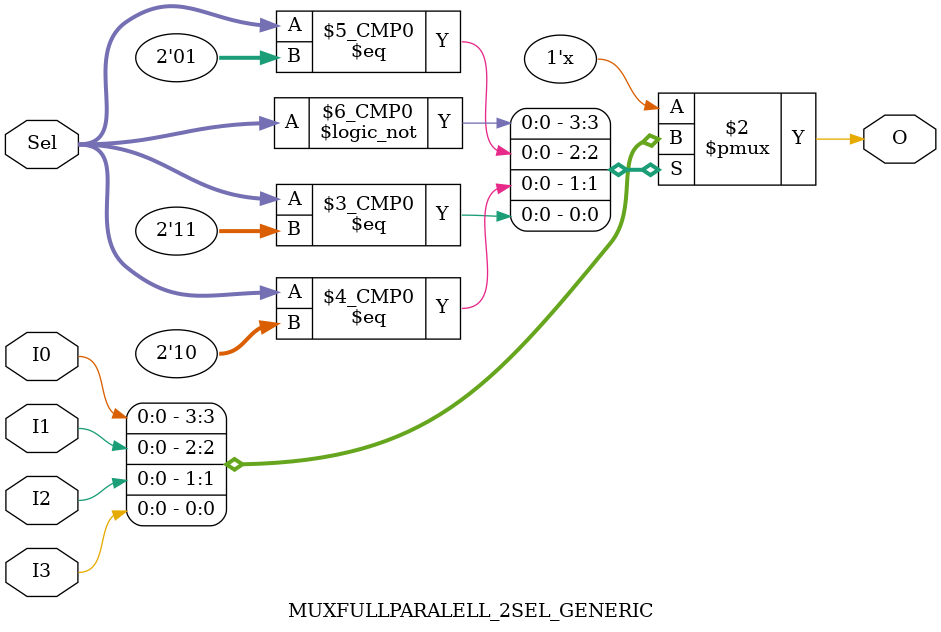
<source format=v>
`timescale 1ns / 1ps
`define WIDTH 1

module DLATCH_P (E, D, Q);
input E, D;
output reg Q;

always @* 
begin
	if (E == 1)
		Q <= D;
end

endmodule



//inversor Texas Instruments 
module NOT (A, Y);
input A;
output Y;
assign Y = ~A;    //delay
endmodule

//NAND de 2 entradas Texas Instruments 
module NAND (A, B, Y);
input A, B;
output Y;
assign Y = ~(A & B);
endmodule


//Mux generico de 4 a 1 Texas Instruments OPA4872-EP
module MUXFULLPARALELL_2SEL_GENERIC # ( parameter SIZE=`WIDTH )
 (
 input wire [1:0] Sel,
 input wire [SIZE-1:0]I0, I1, I2,I3,
 output reg [SIZE-1:0] O
 );

always @( * )

  begin

    case (Sel)

      2'b00:  O = I0;
      2'b01:  O = I1;
      2'b10:  O = I2;
      2'b11:  O = I3;
      default: O = SIZE;

    endcase

  end
endmodule
</source>
